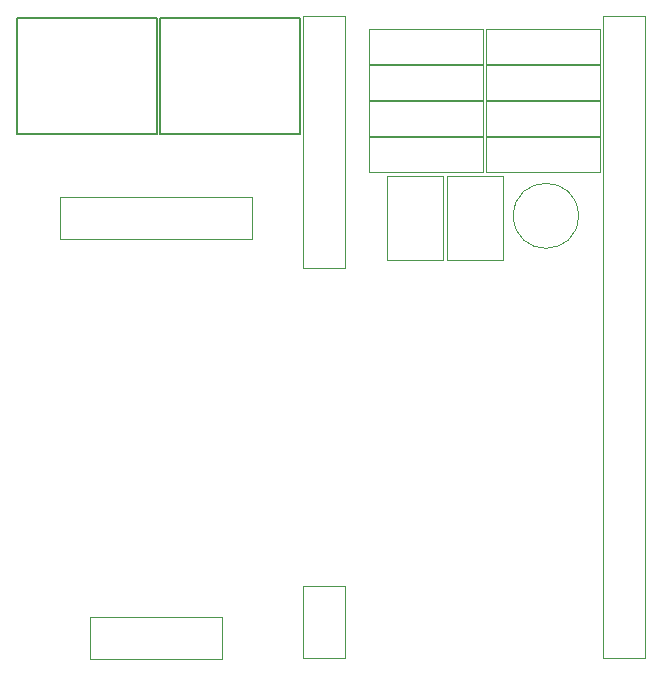
<source format=gbr>
G04 #@! TF.GenerationSoftware,KiCad,Pcbnew,6.0.9+dfsg-1*
G04 #@! TF.CreationDate,2023-03-25T11:37:53-04:00*
G04 #@! TF.ProjectId,fox,666f782e-6b69-4636-9164-5f7063625858,v3.1*
G04 #@! TF.SameCoordinates,Original*
G04 #@! TF.FileFunction,Other,User*
%FSLAX46Y46*%
G04 Gerber Fmt 4.6, Leading zero omitted, Abs format (unit mm)*
G04 Created by KiCad (PCBNEW 6.0.9+dfsg-1) date 2023-03-25 11:37:53*
%MOMM*%
%LPD*%
G01*
G04 APERTURE LIST*
%ADD10C,0.050000*%
%ADD11C,0.152400*%
G04 APERTURE END LIST*
D10*
G04 #@! TO.C,R2*
X154212000Y-71350000D02*
X154212000Y-68350000D01*
X154212000Y-68350000D02*
X144492000Y-68350000D01*
X144492000Y-71350000D02*
X154212000Y-71350000D01*
X144492000Y-68350000D02*
X144492000Y-71350000D01*
G04 #@! TO.C,R3*
X134586000Y-71398000D02*
X134586000Y-74398000D01*
X134586000Y-74398000D02*
X144306000Y-74398000D01*
X144306000Y-74398000D02*
X144306000Y-71398000D01*
X144306000Y-71398000D02*
X134586000Y-71398000D01*
G04 #@! TO.C,R4*
X144492000Y-74398000D02*
X154212000Y-74398000D01*
X144492000Y-71398000D02*
X144492000Y-74398000D01*
X154212000Y-74398000D02*
X154212000Y-71398000D01*
X154212000Y-71398000D02*
X144492000Y-71398000D01*
G04 #@! TO.C,R5*
X134586000Y-74446000D02*
X134586000Y-77446000D01*
X144306000Y-77446000D02*
X144306000Y-74446000D01*
X144306000Y-74446000D02*
X134586000Y-74446000D01*
X134586000Y-77446000D02*
X144306000Y-77446000D01*
G04 #@! TO.C,R7*
X134586000Y-77494000D02*
X134586000Y-80494000D01*
X144306000Y-77494000D02*
X134586000Y-77494000D01*
X144306000Y-80494000D02*
X144306000Y-77494000D01*
X134586000Y-80494000D02*
X144306000Y-80494000D01*
G04 #@! TO.C,R8*
X144492000Y-80494000D02*
X154212000Y-80494000D01*
X154212000Y-77494000D02*
X144492000Y-77494000D01*
X144492000Y-77494000D02*
X144492000Y-80494000D01*
X154212000Y-80494000D02*
X154212000Y-77494000D01*
G04 #@! TO.C,R1*
X134586000Y-68350000D02*
X134586000Y-71350000D01*
X144306000Y-71350000D02*
X144306000Y-68350000D01*
X134586000Y-71350000D02*
X144306000Y-71350000D01*
X144306000Y-68350000D02*
X134586000Y-68350000D01*
G04 #@! TO.C,R6*
X144492000Y-74446000D02*
X144492000Y-77446000D01*
X144492000Y-77446000D02*
X154212000Y-77446000D01*
X154212000Y-74446000D02*
X144492000Y-74446000D01*
X154212000Y-77446000D02*
X154212000Y-74446000D01*
D11*
G04 #@! TO.C,J2*
X128805300Y-67427599D02*
X116892700Y-67427599D01*
X116892700Y-77231999D02*
X128805300Y-77231999D01*
X116892700Y-67427599D02*
X116892700Y-77231999D01*
X128805300Y-77231999D02*
X128805300Y-67427599D01*
D10*
G04 #@! TO.C,C1*
X152356000Y-84195088D02*
G75*
G03*
X152356000Y-84195088I-2750000J0D01*
G01*
G04 #@! TO.C,Conn3*
X132585000Y-121668000D02*
X129035000Y-121668000D01*
X132585000Y-115568000D02*
X132585000Y-121668000D01*
X129035000Y-115568000D02*
X132585000Y-115568000D01*
X129035000Y-121668000D02*
X129035000Y-115568000D01*
G04 #@! TO.C,Conn1*
X132560000Y-67288000D02*
X132560000Y-88638000D01*
X129010000Y-67288000D02*
X132560000Y-67288000D01*
X132560000Y-88638000D02*
X129010000Y-88638000D01*
X129010000Y-88638000D02*
X129010000Y-67288000D01*
G04 #@! TO.C,Q1*
X136166000Y-87954200D02*
X140906000Y-87954200D01*
X140906000Y-80854200D02*
X136166000Y-80854200D01*
X140906000Y-80854200D02*
X140906000Y-87954200D01*
X136166000Y-87954200D02*
X136166000Y-80854200D01*
G04 #@! TO.C,Q2*
X145986000Y-80854200D02*
X145986000Y-87954200D01*
X141246000Y-87954200D02*
X145986000Y-87954200D01*
X141246000Y-87954200D02*
X141246000Y-80854200D01*
X145986000Y-80854200D02*
X141246000Y-80854200D01*
D11*
G04 #@! TO.C,J1*
X104791500Y-77231999D02*
X116704100Y-77231999D01*
X104791500Y-67427599D02*
X104791500Y-77231999D01*
X116704100Y-67427599D02*
X104791500Y-67427599D01*
X116704100Y-77231999D02*
X116704100Y-67427599D01*
D10*
G04 #@! TO.C,Conn2*
X157960000Y-67288000D02*
X157960000Y-121638000D01*
X154410000Y-121638000D02*
X154410000Y-67288000D01*
X154410000Y-67288000D02*
X157960000Y-67288000D01*
X157960000Y-121638000D02*
X154410000Y-121638000D01*
G04 #@! TO.C,RTC1*
X122186000Y-118138000D02*
X122186000Y-121688000D01*
X124686000Y-82578000D02*
X124686000Y-86128000D01*
X108436000Y-82578000D02*
X124686000Y-82578000D01*
X124686000Y-86128000D02*
X108436000Y-86128000D01*
X122186000Y-121688000D02*
X110986000Y-121688000D01*
X110986000Y-118138000D02*
X122186000Y-118138000D01*
X108436000Y-86128000D02*
X108436000Y-82578000D01*
X110986000Y-121688000D02*
X110986000Y-118138000D01*
G04 #@! TD*
M02*

</source>
